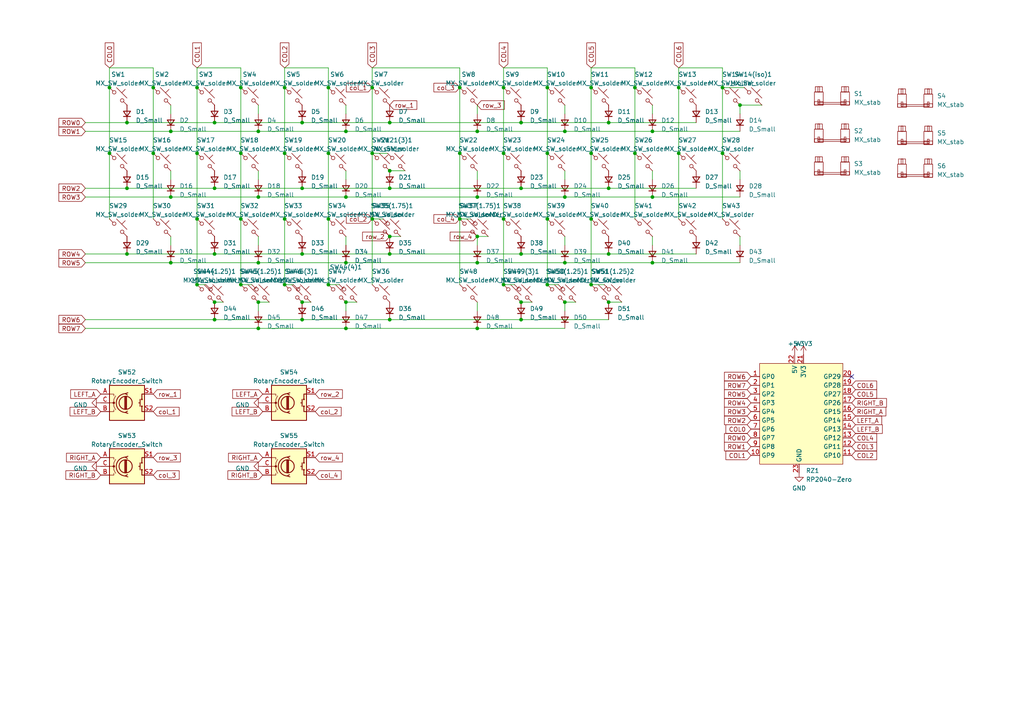
<source format=kicad_sch>
(kicad_sch (version 20230121) (generator eeschema)
  (paper "A4")
  (junction (at 49.53 38.1))
  (junction (at 184.15 44.45))
  (junction (at 62.23 92.71))
  (junction (at 82.55 25.4))
  (junction (at 44.45 44.45))
  (junction (at 74.93 57.15))
  (junction (at 138.43 76.2))
  (junction (at 107.95 25.4))
  (junction (at 87.63 54.61))
  (junction (at 95.25 63.5))
  (junction (at 113.03 68.58))
  (junction (at 163.83 87.63))
  (junction (at 62.23 73.66))
  (junction (at 163.83 57.15))
  (junction (at 100.33 76.2))
  (junction (at 146.05 82.55))
  (junction (at 151.13 87.63))
  (junction (at 87.63 87.63))
  (junction (at 100.33 87.63))
  (junction (at 69.85 63.5))
  (junction (at 44.45 25.4))
  (junction (at 176.53 54.61))
  (junction (at 74.93 76.2))
  (junction (at 57.15 82.55))
  (junction (at 158.75 25.4))
  (junction (at 113.03 35.56))
  (junction (at 82.55 44.45))
  (junction (at 189.23 57.15))
  (junction (at 151.13 73.66))
  (junction (at 189.23 76.2))
  (junction (at 209.55 25.4))
  (junction (at 31.75 44.45))
  (junction (at 171.45 82.55))
  (junction (at 138.43 57.15))
  (junction (at 69.85 44.45))
  (junction (at 163.83 38.1))
  (junction (at 57.15 25.4))
  (junction (at 74.93 87.63))
  (junction (at 176.53 35.56))
  (junction (at 107.95 63.5))
  (junction (at 95.25 44.45))
  (junction (at 57.15 63.5))
  (junction (at 100.33 95.25))
  (junction (at 138.43 95.25))
  (junction (at 100.33 38.1))
  (junction (at 146.05 63.5))
  (junction (at 31.75 25.4))
  (junction (at 69.85 25.4))
  (junction (at 158.75 82.55))
  (junction (at 113.03 54.61))
  (junction (at 62.23 54.61))
  (junction (at 49.53 57.15))
  (junction (at 176.53 73.66))
  (junction (at 151.13 35.56))
  (junction (at 133.35 63.5))
  (junction (at 62.23 35.56))
  (junction (at 151.13 54.61))
  (junction (at 133.35 44.45))
  (junction (at 62.23 87.63))
  (junction (at 95.25 25.4))
  (junction (at 171.45 25.4))
  (junction (at 146.05 25.4))
  (junction (at 196.85 44.45))
  (junction (at 87.63 73.66))
  (junction (at 36.83 73.66))
  (junction (at 74.93 38.1))
  (junction (at 158.75 44.45))
  (junction (at 209.55 44.45))
  (junction (at 196.85 25.4))
  (junction (at 133.35 25.4))
  (junction (at 171.45 63.5))
  (junction (at 57.15 44.45))
  (junction (at 189.23 38.1))
  (junction (at 184.15 25.4))
  (junction (at 82.55 63.5))
  (junction (at 87.63 35.56))
  (junction (at 87.63 92.71))
  (junction (at 158.75 63.5))
  (junction (at 146.05 44.45))
  (junction (at 138.43 38.1))
  (junction (at 151.13 92.71))
  (junction (at 100.33 57.15))
  (junction (at 107.95 44.45))
  (junction (at 69.85 82.55))
  (junction (at 113.03 73.66))
  (junction (at 176.53 87.63))
  (junction (at 113.03 49.53))
  (junction (at 36.83 35.56))
  (junction (at 113.03 92.71))
  (junction (at 138.43 68.58))
  (junction (at 74.93 95.25))
  (junction (at 214.63 30.48))
  (junction (at 171.45 44.45))
  (junction (at 36.83 54.61))
  (junction (at 95.25 82.55))
  (junction (at 163.83 76.2))
  (junction (at 49.53 76.2))
  (junction (at 82.55 82.55))
  (no_connect (at 247.015 109.22))
  (wire (pts (xy 171.45 19.685) (xy 171.45 25.4)))
  (wire (pts (xy 74.93 49.53) (xy 74.93 52.07)))
  (wire (pts (xy 214.63 30.48) (xy 214.63 33.02)))
  (wire (pts (xy 209.55 44.45) (xy 209.55 63.5)))
  (wire (pts (xy 138.43 87.63) (xy 138.43 90.17)))
  (wire (pts (xy 62.23 35.56) (xy 87.63 35.56)))
  (wire (pts (xy 163.83 87.63) (xy 163.83 90.17)))
  (wire (pts (xy 163.83 49.53) (xy 163.83 52.07)))
  (wire (pts (xy 57.15 44.45) (xy 57.15 63.5)))
  (wire (pts (xy 151.13 92.71) (xy 176.53 92.71)))
  (wire (pts (xy 57.15 19.685) (xy 69.85 19.685)))
  (wire (pts (xy 57.15 25.4) (xy 57.15 44.45)))
  (wire (pts (xy 209.55 25.4) (xy 209.55 44.45)))
  (wire (pts (xy 49.53 57.15) (xy 74.93 57.15)))
  (wire (pts (xy 87.63 54.61) (xy 113.03 54.61)))
  (wire (pts (xy 74.93 68.58) (xy 74.93 71.12)))
  (wire (pts (xy 74.93 38.1) (xy 100.33 38.1)))
  (wire (pts (xy 189.23 76.2) (xy 214.63 76.2)))
  (wire (pts (xy 95.25 19.685) (xy 95.25 25.4)))
  (wire (pts (xy 113.03 49.53) (xy 117.475 49.53)))
  (wire (pts (xy 138.43 30.48) (xy 138.43 33.02)))
  (wire (pts (xy 158.75 44.45) (xy 158.75 63.5)))
  (wire (pts (xy 138.43 49.53) (xy 138.43 52.07)))
  (wire (pts (xy 138.43 76.2) (xy 163.83 76.2)))
  (wire (pts (xy 107.95 19.685) (xy 133.35 19.685)))
  (wire (pts (xy 57.15 63.5) (xy 57.15 82.55)))
  (wire (pts (xy 24.765 54.61) (xy 36.83 54.61)))
  (wire (pts (xy 31.75 44.45) (xy 31.75 63.5)))
  (wire (pts (xy 151.13 73.66) (xy 176.53 73.66)))
  (wire (pts (xy 69.85 63.5) (xy 69.85 82.55)))
  (wire (pts (xy 171.45 63.5) (xy 171.45 82.55)))
  (wire (pts (xy 138.43 68.58) (xy 141.605 68.58)))
  (wire (pts (xy 138.43 95.25) (xy 163.83 95.25)))
  (wire (pts (xy 133.35 63.5) (xy 133.35 82.55)))
  (wire (pts (xy 31.75 19.685) (xy 31.75 25.4)))
  (wire (pts (xy 57.15 82.55) (xy 59.69 82.55)))
  (wire (pts (xy 69.85 19.685) (xy 69.85 25.4)))
  (wire (pts (xy 184.15 25.4) (xy 184.15 44.45)))
  (wire (pts (xy 138.43 57.15) (xy 163.83 57.15)))
  (wire (pts (xy 113.03 35.56) (xy 151.13 35.56)))
  (wire (pts (xy 69.85 44.45) (xy 69.85 63.5)))
  (wire (pts (xy 74.93 57.15) (xy 100.33 57.15)))
  (wire (pts (xy 107.95 44.45) (xy 107.95 63.5)))
  (wire (pts (xy 176.53 87.63) (xy 180.34 87.63)))
  (wire (pts (xy 133.35 25.4) (xy 133.35 44.45)))
  (wire (pts (xy 36.83 54.61) (xy 62.23 54.61)))
  (wire (pts (xy 158.75 82.55) (xy 161.925 82.55)))
  (wire (pts (xy 31.75 19.685) (xy 44.45 19.685)))
  (wire (pts (xy 163.83 68.58) (xy 163.83 71.12)))
  (wire (pts (xy 163.83 76.2) (xy 189.23 76.2)))
  (wire (pts (xy 209.55 25.4) (xy 215.9 25.4)))
  (wire (pts (xy 24.765 38.1) (xy 49.53 38.1)))
  (wire (pts (xy 107.95 19.685) (xy 107.95 25.4)))
  (wire (pts (xy 100.33 87.63) (xy 103.505 87.63)))
  (wire (pts (xy 82.55 19.685) (xy 95.25 19.685)))
  (wire (pts (xy 95.25 63.5) (xy 95.25 82.55)))
  (wire (pts (xy 49.53 38.1) (xy 74.93 38.1)))
  (wire (pts (xy 163.83 87.63) (xy 167.005 87.63)))
  (wire (pts (xy 176.53 54.61) (xy 201.93 54.61)))
  (wire (pts (xy 151.13 35.56) (xy 176.53 35.56)))
  (wire (pts (xy 189.23 49.53) (xy 189.23 52.07)))
  (wire (pts (xy 158.75 63.5) (xy 158.75 82.55)))
  (wire (pts (xy 100.33 87.63) (xy 100.33 90.17)))
  (wire (pts (xy 171.45 82.55) (xy 175.26 82.55)))
  (wire (pts (xy 146.05 19.685) (xy 146.05 25.4)))
  (wire (pts (xy 95.25 82.55) (xy 98.425 82.55)))
  (wire (pts (xy 82.55 82.55) (xy 85.09 82.55)))
  (wire (pts (xy 176.53 35.56) (xy 201.93 35.56)))
  (wire (pts (xy 214.63 68.58) (xy 214.63 71.12)))
  (wire (pts (xy 171.45 44.45) (xy 171.45 63.5)))
  (wire (pts (xy 44.45 25.4) (xy 44.45 44.45)))
  (wire (pts (xy 158.75 19.685) (xy 158.75 25.4)))
  (wire (pts (xy 62.23 87.63) (xy 64.77 87.63)))
  (wire (pts (xy 62.23 73.66) (xy 87.63 73.66)))
  (wire (pts (xy 24.765 95.25) (xy 74.93 95.25)))
  (wire (pts (xy 74.93 87.63) (xy 78.105 87.63)))
  (wire (pts (xy 31.75 25.4) (xy 31.75 44.45)))
  (wire (pts (xy 189.23 38.1) (xy 214.63 38.1)))
  (wire (pts (xy 87.63 92.71) (xy 113.03 92.71)))
  (wire (pts (xy 163.83 38.1) (xy 189.23 38.1)))
  (wire (pts (xy 107.95 63.5) (xy 111.125 63.5)))
  (wire (pts (xy 49.53 49.53) (xy 49.53 52.07)))
  (wire (pts (xy 100.33 68.58) (xy 100.33 71.12)))
  (wire (pts (xy 24.765 57.15) (xy 49.53 57.15)))
  (wire (pts (xy 171.45 25.4) (xy 171.45 44.45)))
  (wire (pts (xy 62.23 92.71) (xy 87.63 92.71)))
  (wire (pts (xy 158.75 25.4) (xy 158.75 44.45)))
  (wire (pts (xy 113.03 54.61) (xy 151.13 54.61)))
  (wire (pts (xy 146.05 63.5) (xy 146.05 82.55)))
  (wire (pts (xy 95.25 25.4) (xy 95.25 44.45)))
  (wire (pts (xy 95.25 44.45) (xy 95.25 63.5)))
  (wire (pts (xy 69.85 82.55) (xy 73.025 82.55)))
  (wire (pts (xy 151.13 54.61) (xy 176.53 54.61)))
  (wire (pts (xy 133.35 63.5) (xy 136.525 63.5)))
  (wire (pts (xy 138.43 68.58) (xy 138.43 71.12)))
  (wire (pts (xy 138.43 38.1) (xy 163.83 38.1)))
  (wire (pts (xy 189.23 30.48) (xy 189.23 33.02)))
  (wire (pts (xy 49.53 68.58) (xy 49.53 71.12)))
  (wire (pts (xy 62.23 54.61) (xy 87.63 54.61)))
  (wire (pts (xy 196.85 25.4) (xy 196.85 44.45)))
  (wire (pts (xy 196.85 44.45) (xy 196.85 63.5)))
  (wire (pts (xy 163.83 57.15) (xy 189.23 57.15)))
  (wire (pts (xy 113.03 68.58) (xy 116.205 68.58)))
  (wire (pts (xy 24.765 76.2) (xy 49.53 76.2)))
  (wire (pts (xy 36.83 35.56) (xy 62.23 35.56)))
  (wire (pts (xy 184.15 44.45) (xy 184.15 63.5)))
  (wire (pts (xy 176.53 73.66) (xy 201.93 73.66)))
  (wire (pts (xy 24.765 35.56) (xy 36.83 35.56)))
  (wire (pts (xy 57.15 19.685) (xy 57.15 25.4)))
  (wire (pts (xy 100.33 76.2) (xy 138.43 76.2)))
  (wire (pts (xy 82.55 44.45) (xy 82.55 63.5)))
  (wire (pts (xy 146.05 44.45) (xy 146.05 63.5)))
  (wire (pts (xy 36.83 73.66) (xy 62.23 73.66)))
  (wire (pts (xy 184.15 19.685) (xy 184.15 25.4)))
  (wire (pts (xy 107.95 44.45) (xy 112.395 44.45)))
  (wire (pts (xy 113.03 92.71) (xy 151.13 92.71)))
  (wire (pts (xy 74.93 76.2) (xy 100.33 76.2)))
  (wire (pts (xy 74.93 87.63) (xy 74.93 90.17)))
  (wire (pts (xy 107.95 63.5) (xy 107.95 82.55)))
  (wire (pts (xy 87.63 73.66) (xy 113.03 73.66)))
  (wire (pts (xy 133.35 44.45) (xy 133.35 63.5)))
  (wire (pts (xy 100.33 57.15) (xy 138.43 57.15)))
  (wire (pts (xy 107.95 25.4) (xy 107.95 44.45)))
  (wire (pts (xy 189.23 68.58) (xy 189.23 71.12)))
  (wire (pts (xy 82.55 63.5) (xy 82.55 82.55)))
  (wire (pts (xy 49.53 76.2) (xy 74.93 76.2)))
  (wire (pts (xy 146.05 82.55) (xy 149.225 82.55)))
  (wire (pts (xy 82.55 19.685) (xy 82.55 25.4)))
  (wire (pts (xy 196.85 19.685) (xy 209.55 19.685)))
  (wire (pts (xy 74.93 95.25) (xy 100.33 95.25)))
  (wire (pts (xy 196.85 19.685) (xy 196.85 25.4)))
  (wire (pts (xy 189.23 57.15) (xy 214.63 57.15)))
  (wire (pts (xy 87.63 87.63) (xy 90.17 87.63)))
  (wire (pts (xy 49.53 30.48) (xy 49.53 33.02)))
  (wire (pts (xy 163.83 30.48) (xy 163.83 33.02)))
  (wire (pts (xy 44.45 19.685) (xy 44.45 25.4)))
  (wire (pts (xy 151.13 87.63) (xy 154.305 87.63)))
  (wire (pts (xy 44.45 44.45) (xy 44.45 63.5)))
  (wire (pts (xy 100.33 95.25) (xy 138.43 95.25)))
  (wire (pts (xy 113.03 73.66) (xy 151.13 73.66)))
  (wire (pts (xy 214.63 49.53) (xy 214.63 52.07)))
  (wire (pts (xy 209.55 19.685) (xy 209.55 25.4)))
  (wire (pts (xy 24.765 92.71) (xy 62.23 92.71)))
  (wire (pts (xy 82.55 25.4) (xy 82.55 44.45)))
  (wire (pts (xy 69.85 25.4) (xy 69.85 44.45)))
  (wire (pts (xy 100.33 30.48) (xy 100.33 33.02)))
  (wire (pts (xy 214.63 30.48) (xy 220.98 30.48)))
  (wire (pts (xy 146.05 19.685) (xy 158.75 19.685)))
  (wire (pts (xy 100.33 49.53) (xy 100.33 52.07)))
  (wire (pts (xy 171.45 19.685) (xy 184.15 19.685)))
  (wire (pts (xy 100.33 38.1) (xy 138.43 38.1)))
  (wire (pts (xy 74.93 30.48) (xy 74.93 33.02)))
  (wire (pts (xy 146.05 25.4) (xy 146.05 44.45)))
  (wire (pts (xy 87.63 35.56) (xy 113.03 35.56)))
  (wire (pts (xy 24.765 73.66) (xy 36.83 73.66)))
  (wire (pts (xy 133.35 19.685) (xy 133.35 25.4)))
  (global_label "row_3" (shape input) (at 138.43 30.48 0) (property "Intersheetrefs" "${INTERSHEET_REFS}" (effects hide)))
  (global_label "ROW5" (shape input) (at 217.805 114.3 180) (property "Intersheetrefs" "${INTERSHEET_REFS}" (effects hide)))
  (global_label "COL6" (shape input) (at 196.85 19.685 90) (property "Intersheetrefs" "${INTERSHEET_REFS}" (effects hide)))
  (global_label "LEFT_A" (shape input) (at 247.015 121.92 0) (property "Intersheetrefs" "${INTERSHEET_REFS}" (effects hide)))
  (global_label "LEFT_B" (shape input) (at 29.21 119.38 180) (property "Intersheetrefs" "${INTERSHEET_REFS}" (effects hide)))
  (global_label "row_2" (shape input) (at 113.03 68.58 180) (property "Intersheetrefs" "${INTERSHEET_REFS}" (effects hide)))
  (global_label "ROW4" (shape input) (at 217.805 116.84 180) (property "Intersheetrefs" "${INTERSHEET_REFS}" (effects hide)))
  (global_label "COL0" (shape input) (at 31.75 19.685 90) (property "Intersheetrefs" "${INTERSHEET_REFS}" (effects hide)))
  (global_label "row_3" (shape input) (at 44.45 132.715 0) (property "Intersheetrefs" "${INTERSHEET_REFS}" (effects hide)))
  (global_label "col_4" (shape input) (at 91.44 137.795 0) (property "Intersheetrefs" "${INTERSHEET_REFS}" (effects hide)))
  (global_label "COL4" (shape input) (at 146.05 19.685 90) (property "Intersheetrefs" "${INTERSHEET_REFS}" (effects hide)))
  (global_label "COL0" (shape input) (at 217.805 124.46 180) (property "Intersheetrefs" "${INTERSHEET_REFS}" (effects hide)))
  (global_label "col_3" (shape input) (at 44.45 137.795 0) (property "Intersheetrefs" "${INTERSHEET_REFS}" (effects hide)))
  (global_label "col_2" (shape input) (at 107.95 63.5 180) (property "Intersheetrefs" "${INTERSHEET_REFS}" (effects hide)))
  (global_label "row_4" (shape input) (at 91.44 132.715 0) (property "Intersheetrefs" "${INTERSHEET_REFS}" (effects hide)))
  (global_label "ROW2" (shape input) (at 24.765 54.61 180) (property "Intersheetrefs" "${INTERSHEET_REFS}" (effects hide)))
  (global_label "ROW1" (shape input) (at 24.765 38.1 180) (property "Intersheetrefs" "${INTERSHEET_REFS}" (effects hide)))
  (global_label "ROW3" (shape input) (at 217.805 119.38 180) (property "Intersheetrefs" "${INTERSHEET_REFS}" (effects hide)))
  (global_label "ROW6" (shape input) (at 24.765 92.71 180) (property "Intersheetrefs" "${INTERSHEET_REFS}" (effects hide)))
  (global_label "ROW2" (shape input) (at 217.805 121.92 180) (property "Intersheetrefs" "${INTERSHEET_REFS}" (effects hide)))
  (global_label "col_3" (shape input) (at 133.35 25.4 180) (property "Intersheetrefs" "${INTERSHEET_REFS}" (effects hide)))
  (global_label "RIGHT_A" (shape input) (at 247.015 119.38 0) (property "Intersheetrefs" "${INTERSHEET_REFS}" (effects hide)))
  (global_label "RIGHT_A" (shape input) (at 29.21 132.715 180) (property "Intersheetrefs" "${INTERSHEET_REFS}" (effects hide)))
  (global_label "COL1" (shape input) (at 217.805 132.08 180) (property "Intersheetrefs" "${INTERSHEET_REFS}" (effects hide)))
  (global_label "LEFT_A" (shape input) (at 29.21 114.3 180) (property "Intersheetrefs" "${INTERSHEET_REFS}" (effects hide)))
  (global_label "LEFT_B" (shape input) (at 247.015 124.46 0) (property "Intersheetrefs" "${INTERSHEET_REFS}" (effects hide)))
  (global_label "col_4" (shape input) (at 133.35 63.5 180) (property "Intersheetrefs" "${INTERSHEET_REFS}" (effects hide)))
  (global_label "COL5" (shape input) (at 171.45 19.685 90) (property "Intersheetrefs" "${INTERSHEET_REFS}" (effects hide)))
  (global_label "row_1" (shape input) (at 113.03 30.48 0) (property "Intersheetrefs" "${INTERSHEET_REFS}" (effects hide)))
  (global_label "ROW0" (shape input) (at 24.765 35.56 180) (property "Intersheetrefs" "${INTERSHEET_REFS}" (effects hide)))
  (global_label "COL3" (shape input) (at 247.015 129.54 0) (property "Intersheetrefs" "${INTERSHEET_REFS}" (effects hide)))
  (global_label "col_1" (shape input) (at 107.95 25.4 180) (property "Intersheetrefs" "${INTERSHEET_REFS}" (effects hide)))
  (global_label "ROW0" (shape input) (at 217.805 127 180) (property "Intersheetrefs" "${INTERSHEET_REFS}" (effects hide)))
  (global_label "row_1" (shape input) (at 44.45 114.3 0) (property "Intersheetrefs" "${INTERSHEET_REFS}" (effects hide)))
  (global_label "ROW5" (shape input) (at 24.765 76.2 180) (property "Intersheetrefs" "${INTERSHEET_REFS}" (effects hide)))
  (global_label "COL2" (shape input) (at 247.015 132.08 0) (property "Intersheetrefs" "${INTERSHEET_REFS}" (effects hide)))
  (global_label "COL4" (shape input) (at 247.015 127 0) (property "Intersheetrefs" "${INTERSHEET_REFS}" (effects hide)))
  (global_label "ROW7" (shape input) (at 24.765 95.25 180) (property "Intersheetrefs" "${INTERSHEET_REFS}" (effects hide)))
  (global_label "COL6" (shape input) (at 247.015 111.76 0) (property "Intersheetrefs" "${INTERSHEET_REFS}" (effects hide)))
  (global_label "COL3" (shape input) (at 107.95 19.685 90) (property "Intersheetrefs" "${INTERSHEET_REFS}" (effects hide)))
  (global_label "COL1" (shape input) (at 57.15 19.685 90) (property "Intersheetrefs" "${INTERSHEET_REFS}" (effects hide)))
  (global_label "RIGHT_B" (shape input) (at 247.015 116.84 0) (property "Intersheetrefs" "${INTERSHEET_REFS}" (effects hide)))
  (global_label "COL2" (shape input) (at 82.55 19.685 90) (property "Intersheetrefs" "${INTERSHEET_REFS}" (effects hide)))
  (global_label "ROW7" (shape input) (at 217.805 111.76 180) (property "Intersheetrefs" "${INTERSHEET_REFS}" (effects hide)))
  (global_label "row_4" (shape input) (at 138.43 68.58 180) (property "Intersheetrefs" "${INTERSHEET_REFS}" (effects hide)))
  (global_label "LEFT_A" (shape input) (at 76.2 114.3 180) (property "Intersheetrefs" "${INTERSHEET_REFS}" (effects hide)))
  (global_label "col_1" (shape input) (at 44.45 119.38 0) (property "Intersheetrefs" "${INTERSHEET_REFS}" (effects hide)))
  (global_label "RIGHT_B" (shape input) (at 29.21 137.795 180) (property "Intersheetrefs" "${INTERSHEET_REFS}" (effects hide)))
  (global_label "ROW1" (shape input) (at 217.805 129.54 180) (property "Intersheetrefs" "${INTERSHEET_REFS}" (effects hide)))
  (global_label "row_2" (shape input) (at 91.44 114.3 0) (property "Intersheetrefs" "${INTERSHEET_REFS}" (effects hide)))
  (global_label "RIGHT_B" (shape input) (at 76.2 137.795 180) (property "Intersheetrefs" "${INTERSHEET_REFS}" (effects hide)))
  (global_label "RIGHT_A" (shape input) (at 76.2 132.715 180) (property "Intersheetrefs" "${INTERSHEET_REFS}" (effects hide)))
  (global_label "col_2" (shape input) (at 91.44 119.38 0) (property "Intersheetrefs" "${INTERSHEET_REFS}" (effects hide)))
  (global_label "ROW4" (shape input) (at 24.765 73.66 180) (property "Intersheetrefs" "${INTERSHEET_REFS}" (effects hide)))
  (global_label "COL5" (shape input) (at 247.015 114.3 0) (property "Intersheetrefs" "${INTERSHEET_REFS}" (effects hide)))
  (global_label "ROW3" (shape input) (at 24.765 57.15 180) (property "Intersheetrefs" "${INTERSHEET_REFS}" (effects hide)))
  (global_label "ROW6" (shape input) (at 217.805 109.22 180) (property "Intersheetrefs" "${INTERSHEET_REFS}" (effects hide)))
  (global_label "LEFT_B" (shape input) (at 76.2 119.38 180) (property "Intersheetrefs" "${INTERSHEET_REFS}" (effects hide)))
  (symbol (lib_id "marbastlib-mx:MX_SW_solder") (at 110.49 85.09 0) (unit 1)
    (property "Reference" "SW36" (at 110.49 78.74 0))
    (property "Value" "MX_SW_solder" (at 110.49 81.28 0))
    (property "Footprint" "marbastlib-mx:SW_MX_1.5u" (effects hide))
  )
  (symbol (lib_id "Device:D_Small") (at 138.43 73.66 90) (unit 1)
    (property "Reference" "D37" (at 140.97 73.025 90) (effects (justify right)))
    (property "Value" "D_Small" (at 140.97 75.565 90) (effects (justify right)))
    (property "Footprint" "Keebio-Parts:Diode-Hybrid-Back" (effects hide))
    (property "Sim.Device" "D" (effects hide))
    (property "Sim.Pins" "1=K 2=A" (effects hide))
  )
  (symbol (lib_id "Device:D_Small") (at 36.83 52.07 90) (unit 1)
    (property "Reference" "D15" (at 39.37 51.435 90) (effects (justify right)))
    (property "Value" "D_Small" (at 39.37 53.975 90) (effects (justify right)))
    (property "Footprint" "Keebio-Parts:Diode-Hybrid-Back" (effects hide))
    (property "Sim.Device" "D" (effects hide))
    (property "Sim.Pins" "1=K 2=A" (effects hide))
  )
  (symbol (lib_id "Device:D_Small") (at 100.33 73.66 90) (unit 1)
    (property "Reference" "D34" (at 102.87 73.025 90) (effects (justify right)))
    (property "Value" "D_Small" (at 102.87 75.565 90) (effects (justify right)))
    (property "Footprint" "Keebio-Parts:Diode-Hybrid-Back" (effects hide))
    (property "Sim.Device" "D" (effects hide))
    (property "Sim.Pins" "1=K 2=A" (effects hide))
  )
  (symbol (lib_id "marbastlib-mx:MX_SW_solder") (at 72.39 85.09 0) (unit 1)
    (property "Reference" "SW45" (at 72.39 78.74 0))
    (property "Value" "MX_SW_solder" (at 72.39 81.28 0))
    (property "Footprint" "marbastlib-mx:SW_MX_1.5u" (effects hide))
  )
  (symbol (lib_id "Device:RotaryEncoder_Switch") (at 36.83 116.84 0) (unit 1)
    (property "Reference" "SW52" (at 36.83 107.95 0))
    (property "Value" "RotaryEncoder_Switch" (at 36.83 110.49 0))
    (property "Footprint" "marbastlib-various:ROT_Alps_EC11E-Switch" (effects hide))
  )
  (symbol (lib_id "marbastlib-mx:MX_SW_solder") (at 85.09 85.09 0) (unit 1)
    (property "Reference" "SW46" (at 85.09 78.74 0))
    (property "Value" "MX_SW_solder" (at 85.09 81.28 0))
    (property "Footprint" "marbastlib-mx:SW_MX_1.5u" (effects hide))
  )
  (symbol (lib_id "marbastlib-mx:MX_SW_solder") (at 212.09 66.04 0) (unit 1)
    (property "Reference" "SW43" (at 212.09 59.69 0))
    (property "Value" "MX_SW_solder" (at 212.09 62.23 0))
    (property "Footprint" "marbastlib-mx:SW_MX_1.5u" (effects hide))
  )
  (symbol (lib_id "marbastlib-mx:MX_SW_solder") (at 161.29 66.04 0) (unit 1)
    (property "Reference" "SW39" (at 161.29 59.69 0))
    (property "Value" "MX_SW_solder" (at 161.29 62.23 0))
    (property "Footprint" "marbastlib-mx:SW_MX_1u" (effects hide))
  )
  (symbol (lib_id "marbastlib-mx:MX_SW_solder") (at 85.09 46.99 0) (unit 1)
    (property "Reference" "SW19" (at 85.09 40.64 0))
    (property "Value" "MX_SW_solder" (at 85.09 43.18 0))
    (property "Footprint" "marbastlib-mx:SW_MX_1u" (effects hide))
  )
  (symbol (lib_id "Switch:SW_Push_45deg") (at 100.965 85.09 0) (unit 1)
    (property "Reference" "SW44(4)1" (at 100.33 77.47 0))
    (property "Value" "SW_Push_45deg" (effects hide))
    (property "Footprint" "CherryMX:CherryMX_4.00u" (effects hide))
  )
  (symbol (lib_id "marbastlib-mx:MX_SW_solder") (at 135.89 85.09 0) (unit 1)
    (property "Reference" "SW48" (at 135.89 78.74 0))
    (property "Value" "MX_SW_solder" (at 135.89 81.28 0))
    (property "Footprint" "marbastlib-mx:SW_MX_1u" (effects hide))
  )
  (symbol (lib_id "Device:D_Small") (at 189.23 73.66 90) (unit 1)
    (property "Reference" "D41" (at 191.77 73.025 90) (effects (justify right)))
    (property "Value" "D_Small" (at 191.77 75.565 90) (effects (justify right)))
    (property "Footprint" "Keebio-Parts:Diode-Hybrid-Back" (effects hide))
    (property "Sim.Device" "D" (effects hide))
    (property "Sim.Pins" "1=K 2=A" (effects hide))
  )
  (symbol (lib_id "Device:D_Small") (at 201.93 33.02 90) (unit 1)
    (property "Reference" "D13" (at 204.47 32.385 90) (effects (justify right)))
    (property "Value" "D_Small" (at 204.47 34.925 90) (effects (justify right)))
    (property "Footprint" "Keebio-Parts:Diode-Hybrid-Back" (effects hide))
    (property "Sim.Device" "D" (effects hide))
    (property "Sim.Pins" "1=K 2=A" (effects hide))
  )
  (symbol (lib_id "Device:RotaryEncoder_Switch") (at 36.83 135.255 0) (unit 1)
    (property "Reference" "SW53" (at 36.83 126.365 0))
    (property "Value" "RotaryEncoder_Switch" (at 36.83 128.905 0))
    (property "Footprint" "marbastlib-various:ROT_Alps_EC11E-Switch" (effects hide))
  )
  (symbol (lib_id "marbastlib-mx:MX_SW_solder") (at 173.99 46.99 0) (unit 1)
    (property "Reference" "SW25" (at 173.99 40.64 0))
    (property "Value" "MX_SW_solder" (at 173.99 43.18 0))
    (property "Footprint" "marbastlib-mx:SW_MX_1u" (effects hide))
  )
  (symbol (lib_id "marbastlib-mx:MX_SW_solder") (at 199.39 66.04 0) (unit 1)
    (property "Reference" "SW42" (at 199.39 59.69 0))
    (property "Value" "MX_SW_solder" (at 199.39 62.23 0))
    (property "Footprint" "marbastlib-mx:SW_MX_1u" (effects hide))
  )
  (symbol (lib_id "marbastlib-mx:MX_SW_solder") (at 139.065 66.04 0) (unit 1)
    (property "Reference" "SW37(1.75)1" (at 139.065 59.69 0))
    (property "Value" "MX_SW_solder" (at 139.065 62.23 0))
    (property "Footprint" "marbastlib-mx:SW_MX_1.75u" (effects hide))
  )
  (symbol (lib_id "power:+3V3") (at 233.045 102.87 0) (unit 1)
    (property "Reference" "#PWR05" (effects hide))
    (property "Value" "+3V3" (at 233.045 99.695 0))
  )
  (symbol (lib_id "Device:D_Small") (at 113.03 90.17 90) (unit 1)
    (property "Reference" "D36" (at 115.57 89.535 90) (effects (justify right)))
    (property "Value" "D_Small" (at 115.57 92.075 90) (effects (justify right)))
    (property "Footprint" "Keebio-Parts:Diode-Hybrid-Back" (effects hide))
    (property "Sim.Device" "D" (effects hide))
    (property "Sim.Pins" "1=K 2=A" (effects hide))
  )
  (symbol (lib_id "marbastlib-mx:MX_SW_solder") (at 59.69 85.09 0) (unit 1)
    (property "Reference" "SW44" (at 59.69 78.74 0))
    (property "Value" "MX_SW_solder" (at 59.69 81.28 0))
    (property "Footprint" "marbastlib-mx:SW_MX_1u" (effects hide))
  )
  (symbol (lib_id "Device:D_Small") (at 151.13 90.17 90) (unit 1)
    (property "Reference" "D49" (at 153.67 89.535 90) (effects (justify right)))
    (property "Value" "D_Small" (at 153.67 92.075 90) (effects (justify right)))
    (property "Footprint" "Keebio-Parts:Diode-Hybrid-Back" (effects hide))
    (property "Sim.Device" "D" (effects hide))
    (property "Sim.Pins" "1=K 2=A" (effects hide))
  )
  (symbol (lib_id "Device:D_Small") (at 62.23 90.17 90) (unit 1)
    (property "Reference" "D44" (at 64.77 89.535 90) (effects (justify right)))
    (property "Value" "D_Small" (at 64.77 92.075 90) (effects (justify right)))
    (property "Footprint" "Keebio-Parts:Diode-Hybrid-Back" (effects hide))
    (property "Sim.Device" "D" (effects hide))
    (property "Sim.Pins" "1=K 2=A" (effects hide))
  )
  (symbol (lib_id "Device:D_Small") (at 74.93 92.71 90) (unit 1)
    (property "Reference" "D45" (at 77.47 92.075 90) (effects (justify right)))
    (property "Value" "D_Small" (at 77.47 94.615 90) (effects (justify right)))
    (property "Footprint" "Keebio-Parts:Diode-Hybrid-Back" (effects hide))
    (property "Sim.Device" "D" (effects hide))
    (property "Sim.Pins" "1=K 2=A" (effects hide))
  )
  (symbol (lib_id "marbastlib-mx:MX_SW_solder") (at 148.59 66.04 0) (unit 1)
    (property "Reference" "SW38" (at 148.59 59.69 0))
    (property "Value" "MX_SW_solder" (at 148.59 62.23 0))
    (property "Footprint" "marbastlib-mx:SW_MX_1u" (effects hide))
  )
  (symbol (lib_id "Device:D_Small") (at 49.53 54.61 90) (unit 1)
    (property "Reference" "D16" (at 52.07 53.975 90) (effects (justify right)))
    (property "Value" "D_Small" (at 52.07 56.515 90) (effects (justify right)))
    (property "Footprint" "Keebio-Parts:Diode-Hybrid-Back" (effects hide))
    (property "Sim.Device" "D" (effects hide))
    (property "Sim.Pins" "1=K 2=A" (effects hide))
  )
  (symbol (lib_id "power:GND") (at 76.2 116.84 270) (unit 1)
    (property "Reference" "#PWR06" (effects hide))
    (property "Value" "GND" (at 72.39 117.475 90) (effects (justify right)))
  )
  (symbol (lib_id "Device:D_Small") (at 87.63 71.12 90) (unit 1)
    (property "Reference" "D33" (at 90.17 70.485 90) (effects (justify right)))
    (property "Value" "D_Small" (at 90.17 73.025 90) (effects (justify right)))
    (property "Footprint" "Keebio-Parts:Diode-Hybrid-Back" (effects hide))
    (property "Sim.Device" "D" (effects hide))
    (property "Sim.Pins" "1=K 2=A" (effects hide))
  )
  (symbol (lib_id "marbastlib-mx:MX_SW_solder") (at 97.79 27.94 0) (unit 1)
    (property "Reference" "SW6" (at 97.79 21.59 0))
    (property "Value" "MX_SW_solder" (at 97.79 24.13 0))
    (property "Footprint" "marbastlib-mx:SW_MX_1u" (effects hide))
  )
  (symbol (lib_id "marbastlib-mx:MX_SW_solder") (at 148.59 27.94 0) (unit 1)
    (property "Reference" "SW9" (at 148.59 21.59 0))
    (property "Value" "MX_SW_solder" (at 148.59 24.13 0))
    (property "Footprint" "marbastlib-mx:SW_MX_1u" (effects hide))
  )
  (symbol (lib_id "Device:D_Small") (at 201.93 52.07 90) (unit 1)
    (property "Reference" "D27" (at 204.47 51.435 90) (effects (justify right)))
    (property "Value" "D_Small" (at 204.47 53.975 90) (effects (justify right)))
    (property "Footprint" "Keebio-Parts:Diode-Hybrid-Back" (effects hide))
    (property "Sim.Device" "D" (effects hide))
    (property "Sim.Pins" "1=K 2=A" (effects hide))
  )
  (symbol (lib_id "Device:D_Small") (at 151.13 52.07 90) (unit 1)
    (property "Reference" "D23" (at 153.67 51.435 90) (effects (justify right)))
    (property "Value" "D_Small" (at 153.67 53.975 90) (effects (justify right)))
    (property "Footprint" "Keebio-Parts:Diode-Hybrid-Back" (effects hide))
    (property "Sim.Device" "D" (effects hide))
    (property "Sim.Pins" "1=K 2=A" (effects hide))
  )
  (symbol (lib_id "Device:D_Small") (at 62.23 52.07 90) (unit 1)
    (property "Reference" "D17" (at 64.77 51.435 90) (effects (justify right)))
    (property "Value" "D_Small" (at 64.77 53.975 90) (effects (justify right)))
    (property "Footprint" "Keebio-Parts:Diode-Hybrid-Back" (effects hide))
    (property "Sim.Device" "D" (effects hide))
    (property "Sim.Pins" "1=K 2=A" (effects hide))
  )
  (symbol (lib_id "Device:D_Small") (at 214.63 35.56 90) (unit 1)
    (property "Reference" "D14" (at 217.17 34.925 90) (effects (justify right)))
    (property "Value" "D_Small" (at 217.17 37.465 90) (effects (justify right)))
    (property "Footprint" "Keebio-Parts:Diode-Hybrid-Back" (effects hide))
    (property "Sim.Device" "D" (effects hide))
    (property "Sim.Pins" "1=K 2=A" (effects hide))
  )
  (symbol (lib_id "Device:D_Small") (at 100.33 92.71 90) (unit 1)
    (property "Reference" "D47" (at 102.87 92.075 90) (effects (justify right)))
    (property "Value" "D_Small" (at 102.87 94.615 90) (effects (justify right)))
    (property "Footprint" "Keebio-Parts:Diode-Hybrid-Back" (effects hide))
    (property "Sim.Device" "D" (effects hide))
    (property "Sim.Pins" "1=K 2=A" (effects hide))
  )
  (symbol (lib_id "marbastlib-mx:MX_SW_solder") (at 164.465 85.09 0) (unit 1)
    (property "Reference" "SW50(1.25)1" (at 164.465 78.74 0))
    (property "Value" "MX_SW_solder" (at 164.465 81.28 0))
    (property "Footprint" "marbastlib-mx:SW_MX_1.25u" (effects hide))
  )
  (symbol (lib_id "marbastlib-mx:MX_SW_solder") (at 135.89 27.94 0) (unit 1)
    (property "Reference" "SW8" (at 135.89 21.59 0))
    (property "Value" "MX_SW_solder" (at 135.89 24.13 0))
    (property "Footprint" "marbastlib-mx:SW_MX_1.25u" (effects hide))
  )
  (symbol (lib_id "marbastlib-mx:MX_stab") (at 265.43 28.575 0) (unit 1)
    (property "Reference" "S4" (at 271.78 27.813 0) (effects (justify left)))
    (property "Value" "MX_stab" (at 271.78 30.353 0) (effects (justify left)))
    (property "Footprint" "marbastlib-mx:STAB_MX_3u" (effects hide))
  )
  (symbol (lib_id "Device:D_Small") (at 151.13 71.12 90) (unit 1)
    (property "Reference" "D38" (at 153.67 70.485 90) (effects (justify right)))
    (property "Value" "D_Small" (at 153.67 73.025 90) (effects (justify right)))
    (property "Footprint" "Keebio-Parts:Diode-Hybrid-Back" (effects hide))
    (property "Sim.Device" "D" (effects hide))
    (property "Sim.Pins" "1=K 2=A" (effects hide))
  )
  (symbol (lib_id "Device:D_Small") (at 87.63 33.02 90) (unit 1)
    (property "Reference" "D5" (at 90.17 32.385 90) (effects (justify right)))
    (property "Value" "D_Small" (at 90.17 34.925 90) (effects (justify right)))
    (property "Footprint" "Keebio-Parts:Diode-Hybrid-Back" (effects hide))
    (property "Sim.Device" "D" (effects hide))
    (property "Sim.Pins" "1=K 2=A" (effects hide))
  )
  (symbol (lib_id "marbastlib-mx:MX_SW_solder") (at 85.09 27.94 0) (unit 1)
    (property "Reference" "SW5" (at 85.09 21.59 0))
    (property "Value" "MX_SW_solder" (at 85.09 24.13 0))
    (property "Footprint" "marbastlib-mx:SW_MX_1u" (effects hide))
  )
  (symbol (lib_id "Device:D_Small") (at 214.63 54.61 90) (unit 1)
    (property "Reference" "D28" (at 217.17 53.975 90) (effects (justify right)))
    (property "Value" "D_Small" (at 217.17 56.515 90) (effects (justify right)))
    (property "Footprint" "Keebio-Parts:Diode-Hybrid-Back" (effects hide))
    (property "Sim.Device" "D" (effects hide))
    (property "Sim.Pins" "1=K 2=A" (effects hide))
  )
  (symbol (lib_id "Device:D_Small") (at 74.93 54.61 90) (unit 1)
    (property "Reference" "D18" (at 77.47 53.975 90) (effects (justify right)))
    (property "Value" "D_Small" (at 77.47 56.515 90) (effects (justify right)))
    (property "Footprint" "Keebio-Parts:Diode-Hybrid-Back" (effects hide))
    (property "Sim.Device" "D" (effects hide))
    (property "Sim.Pins" "1=K 2=A" (effects hide))
  )
  (symbol (lib_id "marbastlib-mx:MX_SW_solder") (at 173.99 27.94 0) (unit 1)
    (property "Reference" "SW11" (at 173.99 21.59 0))
    (property "Value" "MX_SW_solder" (at 173.99 24.13 0))
    (property "Footprint" "marbastlib-mx:SW_MX_1u" (effects hide))
  )
  (symbol (lib_id "marbastlib-mx:MX_SW_solder") (at 212.09 27.94 0) (unit 1)
    (property "Reference" "SW14" (at 212.09 21.59 0))
    (property "Value" "MX_SW_solder" (at 212.09 24.13 0))
    (property "Footprint" "marbastlib-mx:SW_MX_1.5u" (effects hide))
  )
  (symbol (lib_id "marbastlib-mx:MX_stab") (at 265.43 48.895 0) (unit 1)
    (property "Reference" "S6" (at 271.78 48.133 0) (effects (justify left)))
    (property "Value" "MX_stab" (at 271.78 50.673 0) (effects (justify left)))
    (property "Footprint" "marbastlib-mx:STAB_MX_ISO_FLIPPED" (effects hide))
  )
  (symbol (lib_id "Device:D_Small") (at 87.63 90.17 90) (unit 1)
    (property "Reference" "D46" (at 90.17 89.535 90) (effects (justify right)))
    (property "Value" "D_Small" (at 90.17 92.075 90) (effects (justify right)))
    (property "Footprint" "Keebio-Parts:Diode-Hybrid-Back" (effects hide))
    (property "Sim.Device" "D" (effects hide))
    (property "Sim.Pins" "1=K 2=A" (effects hide))
  )
  (symbol (lib_id "marbastlib-mx:MX_SW_solder") (at 186.69 66.04 0) (unit 1)
    (property "Reference" "SW41" (at 186.69 59.69 0))
    (property "Value" "MX_SW_solder" (at 186.69 62.23 0))
    (property "Footprint" "marbastlib-mx:SW_MX_1u" (effects hide))
  )
  (symbol (lib_id "marbastlib-mx:MX_SW_solder") (at 72.39 46.99 0) (unit 1)
    (property "Reference" "SW18" (at 72.39 40.64 0))
    (property "Value" "MX_SW_solder" (at 72.39 43.18 0))
    (property "Footprint" "marbastlib-mx:SW_MX_1u" (effects hide))
  )
  (symbol (lib_id "marbastlib-mx:MX_SW_solder") (at 75.565 85.09 0) (unit 1)
    (property "Reference" "SW45(1.25)1" (at 75.565 78.74 0))
    (property "Value" "MX_SW_solder" (at 75.565 81.28 0))
    (property "Footprint" "marbastlib-mx:SW_MX_1.25u" (effects hide))
  )
  (symbol (lib_id "marbastlib-mx:MX_SW_solder") (at 97.79 66.04 0) (unit 1)
    (property "Reference" "SW34" (at 97.79 59.69 0))
    (property "Value" "MX_SW_solder" (at 97.79 62.23 0))
    (property "Footprint" "marbastlib-mx:SW_MX_1u" (effects hide))
  )
  (symbol (lib_id "marbastlib-mx:MX_SW_solder") (at 148.59 85.09 0) (unit 1)
    (property "Reference" "SW49" (at 148.59 78.74 0))
    (property "Value" "MX_SW_solder" (at 148.59 81.28 0))
    (property "Footprint" "marbastlib-mx:SW_MX_1.5u" (effects hide))
  )
  (symbol (lib_id "Device:D_Small") (at 113.03 52.07 90) (unit 1)
    (property "Reference" "D21" (at 115.57 51.435 90) (effects (justify right)))
    (property "Value" "D_Small" (at 115.57 53.975 90) (effects (justify right)))
    (property "Footprint" "Keebio-Parts:Diode-Hybrid-Back" (effects hide))
    (property "Sim.Device" "D" (effects hide))
    (property "Sim.Pins" "1=K 2=A" (effects hide))
  )
  (symbol (lib_id "marbastlib-mx:MX_SW_solder") (at 34.29 66.04 0) (unit 1)
    (property "Reference" "SW29" (at 34.29 59.69 0))
    (property "Value" "MX_SW_solder" (at 34.29 62.23 0))
    (property "Footprint" "marbastlib-mx:SW_MX_1.5u" (effects hide))
  )
  (symbol (lib_id "marbastlib-mx:MX_SW_solder") (at 151.765 85.09 0) (unit 1)
    (property "Reference" "SW49(3)1" (at 151.765 78.74 0))
    (property "Value" "MX_SW_solder" (at 151.765 81.28 0))
    (property "Footprint" "marbastlib-mx:SW_MX_1u" (effects hide))
  )
  (symbol (lib_id "Device:D_Small") (at 189.23 54.61 90) (unit 1)
    (property "Reference" "D26" (at 191.77 53.975 90) (effects (justify right)))
    (property "Value" "D_Small" (at 191.77 56.515 90) (effects (justify right)))
    (property "Footprint" "Keebio-Parts:Diode-Hybrid-Back" (effects hide))
    (property "Sim.Device" "D" (effects hide))
    (property "Sim.Pins" "1=K 2=A" (effects hide))
  )
  (symbol (lib_id "marbastlib-mx:MX_SW_solder") (at 186.69 27.94 0) (unit 1)
    (property "Reference" "SW12" (at 186.69 21.59 0))
    (property "Value" "MX_SW_solder" (at 186.69 24.13 0))
    (property "Footprint" "marbastlib-mx:SW_MX_1u" (effects hide))
  )
  (symbol (lib_id "marbastlib-mx:MX_stab") (at 265.43 39.37 0) (unit 1)
    (property "Reference" "S5" (at 271.78 38.608 0) (effects (justify left)))
    (property "Value" "MX_stab" (at 271.78 41.148 0) (effects (justify left)))
    (property "Footprint" "marbastlib-mx:STAB_MX_3u" (effects hide))
  )
  (symbol (lib_id "power:GND") (at 76.2 135.255 270) (unit 1)
    (property "Reference" "#PWR07" (effects hide))
    (property "Value" "GND" (at 72.39 135.89 90) (effects (justify right)))
  )
  (symbol (lib_id "Device:RotaryEncoder_Switch") (at 83.82 116.84 0) (unit 1)
    (property "Reference" "SW54" (at 83.82 107.95 0))
    (property "Value" "RotaryEncoder_Switch" (at 83.82 110.49 0))
    (property "Footprint" "marbastlib-various:ROT_Alps_EC11E-Switch" (effects hide))
  )
  (symbol (lib_id "Device:D_Small") (at 138.43 92.71 90) (unit 1)
    (property "Reference" "D48" (at 140.97 92.075 90) (effects (justify right)))
    (property "Value" "D_Small" (at 140.97 94.615 90) (effects (justify right)))
    (property "Footprint" "Keebio-Parts:Diode-Hybrid-Back" (effects hide))
    (property "Sim.Device" "D" (effects hide))
    (property "Sim.Pins" "1=K 2=A" (effects hide))
  )
  (symbol (lib_id "Device:D_Small") (at 74.93 73.66 90) (unit 1)
    (property "Reference" "D32" (at 77.47 73.025 90) (effects (justify right)))
    (property "Value" "D_Small" (at 77.47 75.565 90) (effects (justify right)))
    (property "Footprint" "Keebio-Parts:Diode-Hybrid-Back" (effects hide))
    (property "Sim.Device" "D" (effects hide))
    (property "Sim.Pins" "1=K 2=A" (effects hide))
  )
  (symbol (lib_id "marbastlib-mx:MX_SW_solder") (at 113.665 66.04 0) (unit 1)
    (property "Reference" "SW35(1.75)1" (at 113.665 59.69 0))
    (property "Value" "MX_SW_solder" (at 113.665 62.23 0))
    (property "Footprint" "marbastlib-mx:SW_MX_1.75u" (effects hide))
  )
  (symbol (lib_id "Device:D_Small") (at 163.83 92.71 90) (unit 1)
    (property "Reference" "D50" (at 166.37 92.075 90) (effects (justify right)))
    (property "Value" "D_Small" (at 166.37 94.615 90) (effects (justify right)))
    (property "Footprint" "Keebio-Parts:Diode-Hybrid-Back" (effects hide))
    (property "Sim.Device" "D" (effects hide))
    (property "Sim.Pins" "1=K 2=A" (effects hide))
  )
  (symbol (lib_id "marbastlib-mx:MX_SW_solder") (at 46.99 46.99 0) (unit 1)
    (property "Reference" "SW16" (at 46.99 40.64 0))
    (property "Value" "MX_SW_solder" (at 46.99 43.18 0))
    (property "Footprint" "marbastlib-mx:SW_MX_1u" (effects hide))
  )
  (symbol (lib_id "Device:D_Small") (at 176.53 33.02 90) (unit 1)
    (property "Reference" "D11" (at 179.07 32.385 90) (effects (justify right)))
    (property "Value" "D_Small" (at 179.07 34.925 90) (effects (justify right)))
    (property "Footprint" "Keebio-Parts:Diode-Hybrid-Back" (effects hide))
    (property "Sim.Device" "D" (effects hide))
    (property "Sim.Pins" "1=K 2=A" (effects hide))
  )
  (symbol (lib_id "marbastlib-mx:MX_SW_solder") (at 110.49 66.04 0) (unit 1)
    (property "Reference" "SW35" (at 110.49 59.69 0))
    (property "Value" "MX_SW_solder" (at 110.49 62.23 0))
    (property "Footprint" "marbastlib-mx:SW_MX_1u" (effects hide))
  )
  (symbol (lib_id "marbastlib-mx:MX_SW_solder") (at 148.59 46.99 0) (unit 1)
    (property "Reference" "SW23" (at 148.59 40.64 0))
    (property "Value" "MX_SW_solder" (at 148.59 43.18 0))
    (property "Footprint" "marbastlib-mx:SW_MX_1u" (effects hide))
  )
  (symbol (lib_id "marbastlib-mx:MX_SW_solder") (at 173.99 66.04 0) (unit 1)
    (property "Reference" "SW40" (at 173.99 59.69 0))
    (property "Value" "MX_SW_solder" (at 173.99 62.23 0))
    (property "Footprint" "marbastlib-mx:SW_MX_1u" (effects hide))
  )
  (symbol (lib_id "Device:D_Small") (at 189.23 35.56 90) (unit 1)
    (property "Reference" "D12" (at 191.77 34.925 90) (effects (justify right)))
    (property "Value" "D_Small" (at 191.77 37.465 90) (effects (justify right)))
    (property "Footprint" "Keebio-Parts:Diode-Hybrid-Back" (effects hide))
    (property "Sim.Device" "D" (effects hide))
    (property "Sim.Pins" "1=K 2=A" (effects hide))
  )
  (symbol (lib_id "Device:D_Small") (at 36.83 71.12 90) (unit 1)
    (property "Reference" "D29" (at 39.37 70.485 90) (effects (justify right)))
    (property "Value" "D_Small" (at 39.37 73.025 90) (effects (justify right)))
    (property "Footprint" "Keebio-Parts:Diode-Hybrid-Back" (effects hide))
    (property "Sim.Device" "D" (effects hide))
    (property "Sim.Pins" "1=K 2=A" (effects hide))
  )
  (symbol (lib_id "Device:D_Small") (at 49.53 35.56 90) (unit 1)
    (property "Reference" "D2" (at 52.07 34.925 90) (effects (justify right)))
    (property "Value" "D_Small" (at 52.07 37.465 90) (effects (justify right)))
    (property "Footprint" "Keebio-Parts:Diode-Hybrid-Back" (effects hide))
    (property "Sim.Device" "D" (effects hide))
    (property "Sim.Pins" "1=K 2=A" (effects hide))
  )
  (symbol (lib_id "marbastlib-mx:MX_SW_solder") (at 161.29 85.09 0) (unit 1)
    (property "Reference" "SW50" (at 161.29 78.74 0))
    (property "Value" "MX_SW_solder" (at 161.29 81.28 0))
    (property "Footprint" "marbastlib-mx:SW_MX_1.5u" (effects hide))
  )
  (symbol (lib_id "marbastlib-mx:MX_SW_solder") (at 110.49 46.99 0) (unit 1)
    (property "Reference" "SW21" (at 110.49 40.64 0))
    (property "Value" "MX_SW_solder" (at 110.49 43.18 0))
    (property "Footprint" "marbastlib-mx:SW_MX_1.5u" (effects hide))
  )
  (symbol (lib_id "marbastlib-mx:MX_SW_solder") (at 161.29 27.94 0) (unit 1)
    (property "Reference" "SW10" (at 161.29 21.59 0))
    (property "Value" "MX_SW_solder" (at 161.29 24.13 0))
    (property "Footprint" "marbastlib-mx:SW_MX_1u" (effects hide))
  )
  (symbol (lib_id "Device:D_Small") (at 113.03 33.02 90) (unit 1)
    (property "Reference" "D7" (at 115.57 32.385 90) (effects (justify right)))
    (property "Value" "D_Small" (at 115.57 34.925 90) (effects (justify right)))
    (property "Footprint" "Keebio-Parts:Diode-Hybrid-Back" (effects hide))
    (property "Sim.Device" "D" (effects hide))
    (property "Sim.Pins" "1=K 2=A" (effects hide))
  )
  (symbol (lib_id "Device:D_Small") (at 62.23 33.02 90) (unit 1)
    (property "Reference" "D3" (at 64.77 32.385 90) (effects (justify right)))
    (property "Value" "D_Small" (at 64.77 34.925 90) (effects (justify right)))
    (property "Footprint" "Keebio-Parts:Diode-Hybrid-Back" (effects hide))
    (property "Sim.Device" "D" (effects hide))
    (property "Sim.Pins" "1=K 2=A" (effects hide))
  )
  (symbol (lib_id "Device:D_Small") (at 138.43 35.56 90) (unit 1)
    (property "Reference" "D8" (at 140.97 34.925 90) (effects (justify right)))
    (property "Value" "D_Small" (at 140.97 37.465 90) (effects (justify right)))
    (property "Footprint" "Keebio-Parts:Diode-Hybrid-Back" (effects hide))
    (property "Sim.Device" "D" (effects hide))
    (property "Sim.Pins" "1=K 2=A" (effects hide))
  )
  (symbol (lib_id "Device:D_Small") (at 176.53 52.07 90) (unit 1)
    (property "Reference" "D25" (at 179.07 51.435 90) (effects (justify right)))
    (property "Value" "D_Small" (at 179.07 53.975 90) (effects (justify right)))
    (property "Footprint" "Keebio-Parts:Diode-Hybrid-Back" (effects hide))
    (property "Sim.Device" "D" (effects hide))
    (property "Sim.Pins" "1=K 2=A" (effects hide))
  )
  (symbol (lib_id "Device:RotaryEncoder_Switch") (at 83.82 135.255 0) (unit 1)
    (property "Reference" "SW55" (at 83.82 126.365 0))
    (property "Value" "RotaryEncoder_Switch" (at 83.82 128.905 0))
    (property "Footprint" "marbastlib-various:ROT_Alps_EC11E-Switch" (effects hide))
  )
  (symbol (lib_id "marbastlib-mx:MX_SW_solder") (at 114.935 46.99 0) (unit 1)
    (property "Reference" "SW21(3)1" (at 114.935 40.64 0))
    (property "Value" "MX_SW_solder" (at 114.935 43.18 0))
    (property "Footprint" "marbastlib-mx:SW_MX_1u" (effects hide))
  )
  (symbol (lib_id "Device:D_Small") (at 176.53 90.17 90) (unit 1)
    (property "Reference" "D51" (at 179.07 89.535 90) (effects (justify right)))
    (property "Value" "D_Small" (at 179.07 92.075 90) (effects (justify right)))
    (property "Footprint" "Keebio-Parts:Diode-Hybrid-Back" (effects hide))
    (property "Sim.Device" "D" (effects hide))
    (property "Sim.Pins" "1=K 2=A" (effects hide))
  )
  (symbol (lib_id "marbastlib-mx:MX_SW_solder") (at 161.29 46.99 0) (unit 1)
    (property "Reference" "SW24" (at 161.29 40.64 0))
    (property "Value" "MX_SW_solder" (at 161.29 43.18 0))
    (property "Footprint" "marbastlib-mx:SW_MX_1u" (effects hide))
  )
  (symbol (lib_id "marbastlib-mx:MX_SW_solder") (at 34.29 27.94 0) (unit 1)
    (property "Reference" "SW1" (at 34.29 21.59 0))
    (property "Value" "MX_SW_solder" (at 34.29 24.13 0))
    (property "Footprint" "marbastlib-mx:SW_MX_1.5u" (effects hide))
  )
  (symbol (lib_id "Device:D_Small") (at 100.33 54.61 90) (unit 1)
    (property "Reference" "D20" (at 102.87 53.975 90) (effects (justify right)))
    (property "Value" "D_Small" (at 102.87 56.515 90) (effects (justify right)))
    (property "Footprint" "Keebio-Parts:Diode-Hybrid-Back" (effects hide))
    (property "Sim.Device" "D" (effects hide))
    (property "Sim.Pins" "1=K 2=A" (effects hide))
  )
  (symbol (lib_id "marbastlib-mx:MX_stab") (at 241.3 38.735 0) (unit 1)
    (property "Reference" "S2" (at 247.65 37.973 0) (effects (justify left)))
    (property "Value" "MX_stab" (at 247.65 40.513 0) (effects (justify left)))
    (property "Footprint" "marbastlib-mx:STAB_MX_P_2u" (effects hide))
  )
  (symbol (lib_id "Device:D_Small") (at 163.83 35.56 90) (unit 1)
    (property "Reference" "D10" (at 166.37 34.925 90) (effects (justify right)))
    (property "Value" "D_Small" (at 166.37 37.465 90) (effects (justify right)))
    (property "Footprint" "Keebio-Parts:Diode-Hybrid-Back" (effects hide))
    (property "Sim.Device" "D" (effects hide))
    (property "Sim.Pins" "1=K 2=A" (effects hide))
  )
  (symbol (lib_id "Device:D_Small") (at 163.83 73.66 90) (unit 1)
    (property "Reference" "D39" (at 166.37 73.025 90) (effects (justify right)))
    (property "Value" "D_Small" (at 166.37 75.565 90) (effects (justify right)))
    (property "Footprint" "Keebio-Parts:Diode-Hybrid-Back" (effects hide))
    (property "Sim.Device" "D" (effects hide))
    (property "Sim.Pins" "1=K 2=A" (effects hide))
  )
  (symbol (lib_id "Device:D_Small") (at 138.43 54.61 90) (unit 1)
    (property "Reference" "D22" (at 140.97 53.975 90) (effects (justify right)))
    (property "Value" "D_Small" (at 140.97 56.515 90) (effects (justify right)))
    (property "Footprint" "Keebio-Parts:Diode-Hybrid-Back" (effects hide))
    (property "Sim.Device" "D" (effects hide))
    (property "Sim.Pins" "1=K 2=A" (effects hide))
  )
  (symbol (lib_id "marbastlib-mx:MX_SW_solder") (at 72.39 66.04 0) (unit 1)
    (property "Reference" "SW32" (at 72.39 59.69 0))
    (property "Value" "MX_SW_solder" (at 72.39 62.23 0))
    (property "Footprint" "marbastlib-mx:SW_MX_1u" (effects hide))
  )
  (symbol (lib_id "marbastlib-mx:MX_SW_solder") (at 212.09 46.99 0) (unit 1)
    (property "Reference" "SW28" (at 212.09 40.64 0))
    (property "Value" "MX_SW_solder" (at 212.09 43.18 0))
    (property "Footprint" "marbastlib-mx:SW_MX_1.25u" (effects hide))
  )
  (symbol (lib_id "Device:D_Small") (at 74.93 35.56 90) (unit 1)
    (property "Reference" "D4" (at 77.47 34.925 90) (effects (justify right)))
    (property "Value" "D_Small" (at 77.47 37.465 90) (effects (justify right)))
    (property "Footprint" "Keebio-Parts:Diode-Hybrid-Back" (effects hide))
    (property "Sim.Device" "D" (effects hide))
    (property "Sim.Pins" "1=K 2=A" (effects hide))
  )
  (symbol (lib_id "marbastlib-mx:MX_stab") (at 241.3 27.94 0) (unit 1)
    (property "Reference" "S1" (at 247.65 27.178 0) (effects (justify left)))
    (property "Value" "MX_stab" (at 247.65 29.718 0) (effects (justify left)))
    (property "Footprint" "marbastlib-mx:STAB_MX_P_2u" (effects hide))
  )
  (symbol (lib_id "Device:D_Small") (at 36.83 33.02 90) (unit 1)
    (property "Reference" "D1" (at 39.37 32.385 90) (effects (justify right)))
    (property "Value" "D_Small" (at 39.37 34.925 90) (effects (justify right)))
    (property "Footprint" "Keebio-Parts:Diode-Hybrid-Back" (effects hide))
    (property "Sim.Device" "D" (effects hide))
    (property "Sim.Pins" "1=K 2=A" (effects hide))
  )
  (symbol (lib_id "marbastlib-mx:MX_SW_solder") (at 186.69 46.99 0) (unit 1)
    (property "Reference" "SW26" (at 186.69 40.64 0))
    (property "Value" "MX_SW_solder" (at 186.69 43.18 0))
    (property "Footprint" "marbastlib-mx:SW_MX_1u" (effects hide))
  )
  (symbol (lib_id "Device:D_Small") (at 100.33 35.56 90) (unit 1)
    (property "Reference" "D6" (at 102.87 34.925 90) (effects (justify right)))
    (property "Value" "D_Small" (at 102.87 37.465 90) (effects (justify right)))
    (property "Footprint" "Keebio-Parts:Diode-Hybrid-Back" (effects hide))
    (property "Sim.Device" "D" (effects hide))
    (property "Sim.Pins" "1=K 2=A" (effects hide))
  )
  (symbol (lib_id "Device:D_Small") (at 176.53 71.12 90) (unit 1)
    (property "Reference" "D40" (at 179.07 70.485 90) (effects (justify right)))
    (property "Value" "D_Small" (at 179.07 73.025 90) (effects (justify right)))
    (property "Footprint" "Keebio-Parts:Diode-Hybrid-Back" (effects hide))
    (property "Sim.Device" "D" (effects hide))
    (property "Sim.Pins" "1=K 2=A" (effects hide))
  )
  (symbol (lib_id "marbastlib-mx:MX_SW_solder") (at 59.69 27.94 0) (unit 1)
    (property "Reference" "SW3" (at 59.69 21.59 0))
    (property "Value" "MX_SW_solder" (at 59.69 24.13 0))
    (property "Footprint" "marbastlib-mx:SW_MX_1u" (effects hide))
  )
  (symbol (lib_id "marbastlib-mx:MX_SW_solder") (at 97.79 46.99 0) (unit 1)
    (property "Reference" "SW20" (at 97.79 40.64 0))
    (property "Value" "MX_SW_solder" (at 97.79 43.18 0))
    (property "Footprint" "marbastlib-mx:SW_MX_1u" (effects hide))
  )
  (symbol (lib_id "marbastlib-mx:MX_SW_solder") (at 72.39 27.94 0) (unit 1)
    (property "Reference" "SW4" (at 72.39 21.59 0))
    (property "Value" "MX_SW_solder" (at 72.39 24.13 0))
    (property "Footprint" "marbastlib-mx:SW_MX_1u" (effects hide))
  )
  (symbol (lib_id "marbastlib-mx:MX_SW_solder") (at 218.44 27.94 0) (unit 1)
    (property "Reference" "SW14(iso)1" (at 218.44 21.59 0))
    (property "Value" "MX_SW_solder" (at 218.44 24.13 0))
    (property "Footprint" "marbastlib-mx:SW_MX_1u" (effects hide))
  )
  (symbol (lib_id "Device:D_Small") (at 49.53 73.66 90) (unit 1)
    (property "Reference" "D30" (at 52.07 73.025 90) (effects (justify right)))
    (property "Value" "D_Small" (at 52.07 75.565 90) (effects (justify right)))
    (property "Footprint" "Keebio-Parts:Diode-Hybrid-Back" (effects hide))
    (property "Sim.Device" "D" (effects hide))
    (property "Sim.Pins" "1=K 2=A" (effects hide))
  )
  (symbol (lib_id "rp2040-zero:RP2040-Zero") (at 231.775 119.38 0) (unit 1)
    (property "Reference" "RZ1" (at 233.7309 136.525 0) (effects (justify left)))
    (property "Value" "RP2040-Zero" (at 233.7309 139.065 0) (effects (justify left)))
    (property "Footprint" "rp2040-zero:RP2040-Zero" (effects hide))
  )
  (symbol (lib_id "marbastlib-mx:MX_stab") (at 241.3 48.26 0) (unit 1)
    (property "Reference" "S3" (at 247.65 47.498 0) (effects (justify left)))
    (property "Value" "MX_stab" (at 247.65 50.038 0) (effects (justify left)))
    (property "Footprint" "marbastlib-mx:STAB_MX_3u" (effects hide))
  )
  (symbol (lib_id "Device:D_Small") (at 62.23 71.12 90) (unit 1)
    (property "Reference" "D31" (at 64.77 70.485 90) (effects (justify right)))
    (property "Value" "D_Small" (at 64.77 73.025 90) (effects (justify right)))
    (property "Footprint" "Keebio-Parts:Diode-Hybrid-Back" (effects hide))
    (property "Sim.Device" "D" (effects hide))
    (property "Sim.Pins" "1=K 2=A" (effects hide))
  )
  (symbol (lib_id "marbastlib-mx:MX_SW_solder") (at 135.89 46.99 0) (unit 1)
    (property "Reference" "SW22" (at 135.89 40.64 0))
    (property "Value" "MX_SW_solder" (at 135.89 43.18 0))
    (property "Footprint" "marbastlib-mx:SW_MX_1.5u" (effects hide))
  )
  (symbol (lib_id "marbastlib-mx:MX_SW_solder") (at 46.99 66.04 0) (unit 1)
    (property "Reference" "SW30" (at 46.99 59.69 0))
    (property "Value" "MX_SW_solder" (at 46.99 62.23 0))
    (property "Footprint" "marbastlib-mx:SW_MX_1u" (effects hide))
  )
  (symbol (lib_id "marbastlib-mx:MX_SW_solder") (at 85.09 66.04 0) (unit 1)
    (property "Reference" "SW33" (at 85.09 59.69 0))
    (property "Value" "MX_SW_solder" (at 85.09 62.23 0))
    (property "Footprint" "marbastlib-mx:SW_MX_1u" (effects hide))
  )
  (symbol (lib_id "Device:D_Small") (at 201.93 71.12 90) (unit 1)
    (property "Reference" "D42" (at 204.47 70.485 90) (effects (justify right)))
    (property "Value" "D_Small" (at 204.47 73.025 90) (effects (justify right)))
    (property "Footprint" "Keebio-Parts:Diode-Hybrid-Back" (effects hide))
    (property "Sim.Device" "D" (effects hide))
    (property "Sim.Pins" "1=K 2=A" (effects hide))
  )
  (symbol (lib_id "marbastlib-mx:MX_SW_solder") (at 135.89 66.04 0) (unit 1)
    (property "Reference" "SW37" (at 135.89 59.69 0))
    (property "Value" "MX_SW_solder" (at 135.89 62.23 0))
    (property "Footprint" "marbastlib-mx:SW_MX_1u" (effects hide))
  )
  (symbol (lib_id "marbastlib-mx:MX_SW_solder") (at 199.39 46.99 0) (unit 1)
    (property "Reference" "SW27" (at 199.39 40.64 0))
    (property "Value" "MX_SW_solder" (at 199.39 43.18 0))
    (property "Footprint" "marbastlib-mx:SW_MX_1u" (effects hide))
  )
  (symbol (lib_id "marbastlib-mx:MX_SW_solder") (at 110.49 27.94 0) (unit 1)
    (property "Reference" "SW7" (at 110.49 21.59 0))
    (property "Value" "MX_SW_solder" (at 110.49 24.13 0))
    (property "Footprint" "marbastlib-mx:SW_MX_1.25u" (effects hide))
  )
  (symbol (lib_id "power:GND") (at 29.21 135.255 270) (unit 1)
    (property "Reference" "#PWR01" (effects hide))
    (property "Value" "GND" (at 25.4 135.89 90) (effects (justify right)))
  )
  (symbol (lib_id "Device:D_Small") (at 113.03 71.12 90) (unit 1)
    (property "Reference" "D35" (at 115.57 70.485 90) (effects (justify right)))
    (property "Value" "D_Small" (at 115.57 73.025 90) (effects (justify right)))
    (property "Footprint" "Keebio-Parts:Diode-Hybrid-Back" (effects hide))
    (property "Sim.Device" "D" (effects hide))
    (property "Sim.Pins" "1=K 2=A" (effects hide))
  )
  (symbol (lib_id "Device:D_Small") (at 214.63 73.66 90) (unit 1)
    (property "Reference" "D43" (at 217.17 73.025 90) (effects (justify right)))
    (property "Value" "D_Small" (at 217.17 75.565 90) (effects (justify right)))
    (property "Footprint" "Keebio-Parts:Diode-Hybrid-Back" (effects hide))
    (property "Sim.Device" "D" (effects hide))
    (property "Sim.Pins" "1=K 2=A" (effects hide))
  )
  (symbol (lib_id "marbastlib-mx:MX_SW_solder") (at 34.29 46.99 0) (unit 1)
    (property "Reference" "SW15" (at 34.29 40.64 0))
    (property "Value" "MX_SW_solder" (at 34.29 43.18 0))
    (property "Footprint" "marbastlib-mx:SW_MX_1.25u" (effects hide))
  )
  (symbol (lib_id "marbastlib-mx:MX_SW_solder") (at 62.23 85.09 0) (unit 1)
    (property "Reference" "SW44(1.25)1" (at 62.23 78.74 0))
    (property "Value" "MX_SW_solder" (at 62.23 81.28 0))
    (property "Footprint" "marbastlib-mx:SW_MX_1.25u" (effects hide))
  )
  (symbol (lib_id "marbastlib-mx:MX_SW_solder") (at 59.69 66.04 0) (unit 1)
    (property "Reference" "SW31" (at 59.69 59.69 0))
    (property "Value" "MX_SW_solder" (at 59.69 62.23 0))
    (property "Footprint" "marbastlib-mx:SW_MX_1u" (effects hide))
  )
  (symbol (lib_id "power:GND") (at 231.775 137.16 0) (unit 1)
    (property "Reference" "#PWR03" (effects hide))
    (property "Value" "GND" (at 231.775 141.605 0))
  )
  (symbol (lib_id "Device:D_Small") (at 87.63 52.07 90) (unit 1)
    (property "Reference" "D19" (at 90.17 51.435 90) (effects (justify right)))
    (property "Value" "D_Small" (at 90.17 53.975 90) (effects (justify right)))
    (property "Footprint" "Keebio-Parts:Diode-Hybrid-Back" (effects hide))
    (property "Sim.Device" "D" (effects hide))
    (property "Sim.Pins" "1=K 2=A" (effects hide))
  )
  (symbol (lib_id "marbastlib-mx:MX_SW_solder") (at 87.63 85.09 0) (unit 1)
    (property "Reference" "SW46(3)1" (at 87.63 78.74 0))
    (property "Value" "MX_SW_solder" (at 87.63 81.28 0))
    (property "Footprint" "marbastlib-mx:SW_MX_1u" (effects hide))
  )
  (symbol (lib_id "Device:D_Small") (at 151.13 33.02 90) (unit 1)
    (property "Reference" "D9" (at 153.67 32.385 90) (effects (justify right)))
    (property "Value" "D_Small" (at 153.67 34.925 90) (effects (justify right)))
    (property "Footprint" "Keebio-Parts:Diode-Hybrid-Back" (effects hide))
    (property "Sim.Device" "D" (effects hide))
    (property "Sim.Pins" "1=K 2=A" (effects hide))
  )
  (symbol (lib_id "power:GND") (at 29.21 116.84 270) (unit 1)
    (property "Reference" "#PWR02" (effects hide))
    (property "Value" "GND" (at 25.4 117.475 90) (effects (justify right)))
  )
  (symbol (lib_id "marbastlib-mx:MX_SW_solder") (at 59.69 46.99 0) (unit 1)
    (property "Reference" "SW17" (at 59.69 40.64 0))
    (property "Value" "MX_SW_solder" (at 59.69 43.18 0))
    (property "Footprint" "marbastlib-mx:SW_MX_1u" (effects hide))
  )
  (symbol (lib_id "power:+5V") (at 230.505 102.87 0) (unit 1)
    (property "Reference" "#PWR04" (effects hide))
    (property "Value" "+5V" (at 230.505 99.695 0))
  )
  (symbol (lib_id "marbastlib-mx:MX_SW_solder") (at 97.79 85.09 0) (unit 1)
    (property "Reference" "SW47" (at 97.79 78.74 0))
    (property "Value" "MX_SW_solder" (at 97.79 81.28 0))
    (property "Footprint" "marbastlib-mx:SW_MX_1u" (effects hide))
  )
  (symbol (lib_id "marbastlib-mx:MX_SW_solder") (at 177.8 85.09 0) (unit 1)
    (property "Reference" "SW51(1.25)2" (at 177.8 78.74 0))
    (property "Value" "MX_SW_solder" (at 177.8 81.28 0))
    (property "Footprint" "marbastlib-mx:SW_MX_1.25u" (effects hide))
  )
  (symbol (lib_id "marbastlib-mx:MX_SW_solder") (at 46.99 27.94 0) (unit 1)
    (property "Reference" "SW2" (at 46.99 21.59 0))
    (property "Value" "MX_SW_solder" (at 46.99 24.13 0))
    (property "Footprint" "marbastlib-mx:SW_MX_1u" (effects hide))
  )
  (symbol (lib_id "Device:D_Small") (at 163.83 54.61 90) (unit 1)
    (property "Reference" "D24" (at 166.37 53.975 90) (effects (justify right)))
    (property "Value" "D_Small" (at 166.37 56.515 90) (effects (justify right)))
    (property "Footprint" "Keebio-Parts:Diode-Hybrid-Back" (effects hide))
    (property "Sim.Device" "D" (effects hide))
    (property "Sim.Pins" "1=K 2=A" (effects hide))
  )
  (symbol (lib_id "marbastlib-mx:MX_SW_solder") (at 199.39 27.94 0) (unit 1)
    (property "Reference" "SW13" (at 199.39 21.59 0))
    (property "Value" "MX_SW_solder" (at 199.39 24.13 0))
    (property "Footprint" "marbastlib-mx:SW_MX_1u" (effects hide))
  )
  (symbol (lib_id "marbastlib-mx:MX_SW_solder") (at 173.99 85.09 0) (unit 1)
    (property "Reference" "SW51" (at 173.99 78.74 0))
    (property "Value" "MX_SW_solder" (at 173.99 81.28 0))
    (property "Footprint" "marbastlib-mx:SW_MX_1u" (effects hide))
  )
)
</source>
